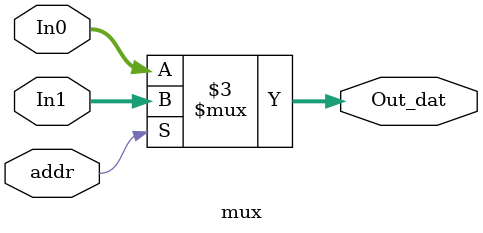
<source format=v>
`timescale 1ns/1ps

module mux #(parameter WIDTH = 32) (
input addr, 
input [WIDTH-1:0] In0, 
input [WIDTH-1:0] In1,
output reg [WIDTH-1:0] Out_dat);


always @* begin
	if(addr) Out_dat = In1;
	else Out_dat = In0;
end
endmodule

</source>
